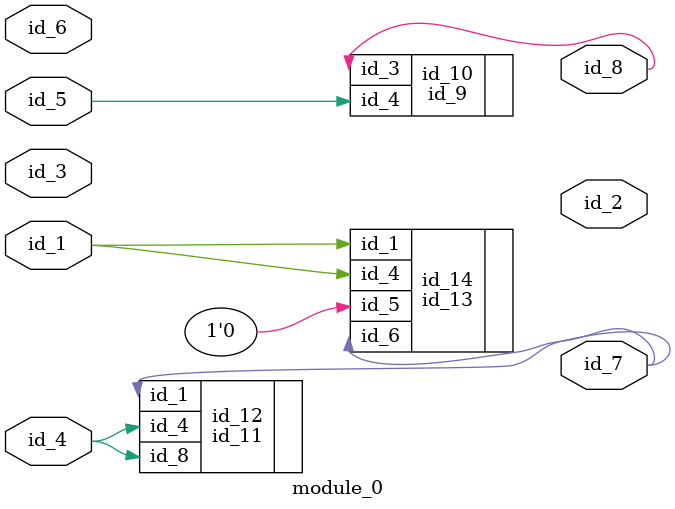
<source format=v>
module module_0 (
    id_1,
    id_2,
    id_3,
    id_4,
    id_5,
    id_6,
    id_7,
    id_8
);
  output id_8;
  output id_7;
  input id_6;
  input id_5;
  input id_4;
  input id_3;
  output id_2;
  input id_1;
  id_9 id_10 (
      .id_3(id_8),
      .id_4(id_5)
  );
  id_11 id_12 (
      .id_1(id_7),
      .id_4(id_4),
      .id_8(id_4)
  );
  id_13 id_14 (
      .id_1(id_3),
      .id_6(id_7),
      .id_5(1'b0),
      .id_1(id_8),
      .id_1(id_1),
      .id_4(id_1)
  );
endmodule

</source>
